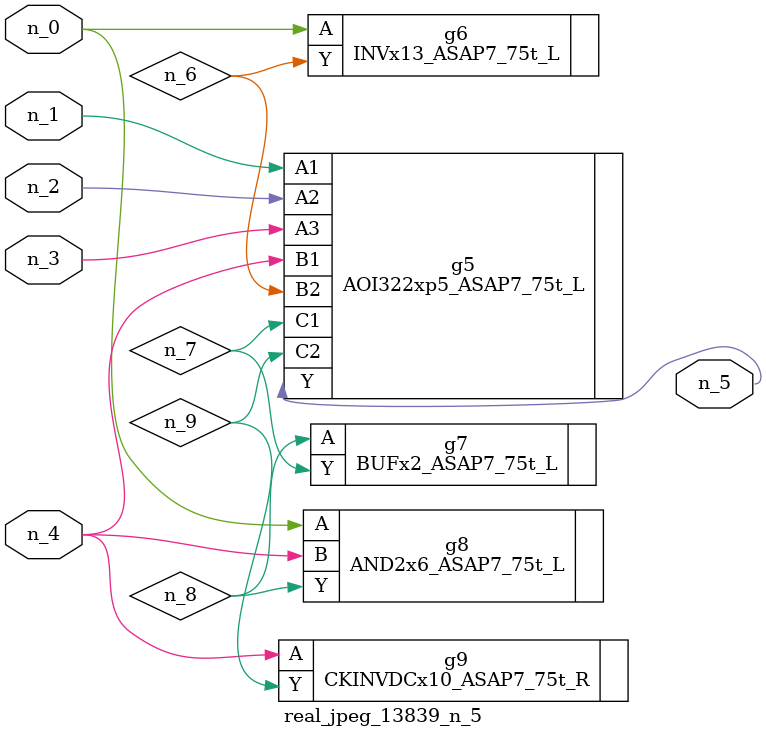
<source format=v>
module real_jpeg_13839_n_5 (n_4, n_0, n_1, n_2, n_3, n_5);

input n_4;
input n_0;
input n_1;
input n_2;
input n_3;

output n_5;

wire n_8;
wire n_6;
wire n_7;
wire n_9;

INVx13_ASAP7_75t_L g6 ( 
.A(n_0),
.Y(n_6)
);

AND2x6_ASAP7_75t_L g8 ( 
.A(n_0),
.B(n_4),
.Y(n_8)
);

AOI322xp5_ASAP7_75t_L g5 ( 
.A1(n_1),
.A2(n_2),
.A3(n_3),
.B1(n_4),
.B2(n_6),
.C1(n_7),
.C2(n_9),
.Y(n_5)
);

CKINVDCx10_ASAP7_75t_R g9 ( 
.A(n_4),
.Y(n_9)
);

BUFx2_ASAP7_75t_L g7 ( 
.A(n_8),
.Y(n_7)
);


endmodule
</source>
